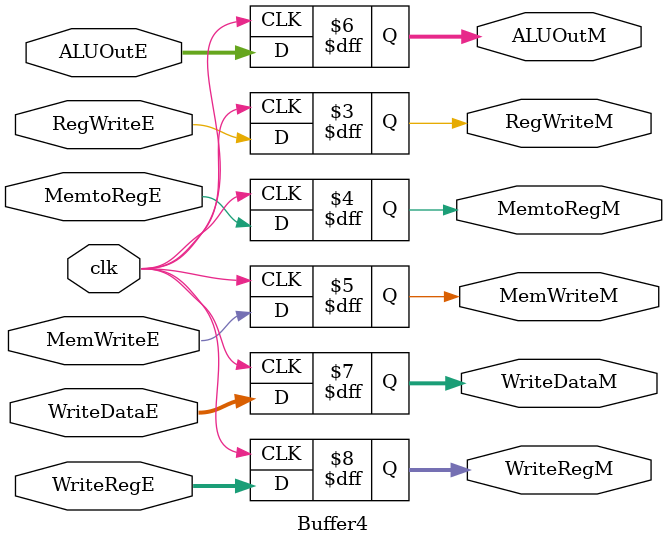
<source format=v>
`timescale 1ns / 1ps

module Buffer4 #(parameter WIDTH=32)
   (
    input 		   RegWriteE,
    input 		   MemtoRegE,
    input 		   MemWriteE,
    input [WIDTH-1:0] 	   ALUOutE,
    input [WIDTH-1:0] 	   WriteDataE,
    input [4:0] 	   WriteRegE,
    input 		   clk,

    output reg 		   RegWriteM,
    output reg 		   MemtoRegM,
    output reg 		   MemWriteM,
    output reg [WIDTH-1:0] ALUOutM,
    output reg [WIDTH-1:0] WriteDataM,
    output reg [4:0] 	   WriteRegM			
    );

   initial
     begin
	RegWriteM<=0;
	MemtoRegM<=0;
       	MemWriteM<=0;
	ALUOutM<=0;
	WriteDataM<=0;
	WriteRegM<=0;	
     end
   
   always @(posedge clk)
     begin
	RegWriteM<=RegWriteE;
	MemtoRegM<=MemtoRegE;
       	MemWriteM<=MemWriteE;
	ALUOutM<=ALUOutE;
	WriteDataM<=WriteDataE;
	WriteRegM<=WriteRegE;
     end
	
endmodule // Buffer4

</source>
